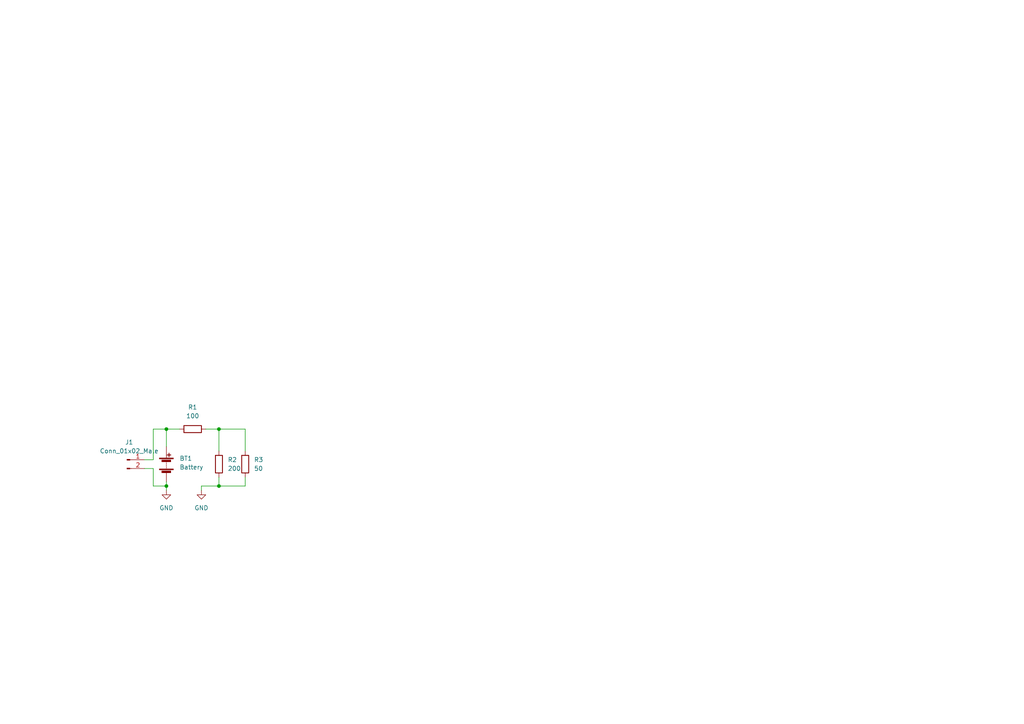
<source format=kicad_sch>
(kicad_sch (version 20211123) (generator eeschema)
  (paper "A4")
  (lib_symbols
    (symbol "Connector:Conn_01x02_Male" (pin_names (offset 1.016) hide)
      (property "Reference" "J" (at 0 2.54 0))
      (property "Value" "Conn_01x02_Male" (at 0 -5.08 0))
      (symbol "Conn_01x02_Male_1_1"
        (polyline (pts (xy 1.27 -2.54) (xy 0.8636 -2.54)) (stroke (width 0.1524)))
        (polyline (pts (xy 1.27 0) (xy 0.8636 0)) (stroke (width 0.1524)))
        (rectangle (start 0.8636 -2.413) (end 0 -2.667) (stroke (width 0.1524)) (fill (type outline)))
        (rectangle (start 0.8636 0.127) (end 0 -0.127) (stroke (width 0.1524)) (fill (type outline)))
        (pin passive line (at 5.08 0 180) (length 3.81) (name "Pin_1") (number "1"))
        (pin passive line (at 5.08 -2.54 180) (length 3.81) (name "Pin_2") (number "2"))
      )
    )
    (symbol "Device:Battery" (pin_numbers hide) (pin_names (offset 0) hide)
      (property "Reference" "BT" (at 2.54 2.54 0))
      (property "Value" "Battery" (at 2.54 0 0))
      (symbol "Battery_0_1"
        (rectangle (start -2.032 -1.397) (end 2.032 -1.651) (fill (type outline)))
        (rectangle (start -2.032 1.778) (end 2.032 1.524) (fill (type outline)))
        (rectangle (start -1.3208 -1.9812) (end 1.27 -2.4892) (fill (type outline)))
        (rectangle (start -1.3208 1.1938) (end 1.27 0.6858) (fill (type outline)))
        (polyline (pts (xy 0 -1.524) (xy 0 -1.27)))
        (polyline (pts (xy 0 -1.016) (xy 0 -0.762)))
        (polyline (pts (xy 0 -0.508) (xy 0 -0.254)))
        (polyline (pts (xy 0 0) (xy 0 0.254)))
        (polyline (pts (xy 0 0.508) (xy 0 0.762)))
        (polyline (pts (xy 0 1.778) (xy 0 2.54)))
        (polyline (pts (xy 0.254 2.667) (xy 1.27 2.667)) (stroke (width 0.254)))
        (polyline (pts (xy 0.762 3.175) (xy 0.762 2.159)) (stroke (width 0.254)))
      )
      (symbol "Battery_1_1"
        (pin passive line (at 0 5.08 270) (length 2.54) (name "+") (number "1"))
        (pin passive line (at 0 -5.08 90) (length 2.54) (name "-") (number "2"))
      )
    )
    (symbol "Device:R" (pin_numbers hide) (pin_names (offset 0))
      (property "Reference" "R" (at 2.032 0 90))
      (property "Value" "R" (at 0 0 90))
      (symbol "R_0_1"
        (rectangle (start -1.016 -2.54) (end 1.016 2.54) (stroke (width 0.254)))
      )
      (symbol "R_1_1"
        (pin passive line (at 0 3.81 270) (length 1.27) (name "~") (number "1"))
        (pin passive line (at 0 -3.81 90) (length 1.27) (name "~") (number "2"))
      )
    )
    (symbol "power:GND" (power) (pin_names (offset 0))
      (property "Value" "GND" (at 0 -3.81 0))
      (symbol "GND_0_1"
        (polyline (pts (xy 0 0) (xy 0 -1.27) (xy 1.27 -1.27) (xy 0 -2.54) (xy -1.27 -1.27) (xy 0 -1.27)))
      )
      (symbol "GND_1_1"
        (pin power_in line (at 0 0 270) (length 0) hide (name "GND") (number "1"))
      )
    )
  )
  (junction (at 63.5 140.97))
  (junction (at 63.5 124.46))
  (junction (at 48.26 140.97))
  (junction (at 48.26 124.46))
  (wire (pts (xy 58.42 142.24) (xy 58.42 140.97)))
  (wire (pts (xy 59.69 124.46) (xy 63.5 124.46)))
  (wire (pts (xy 63.5 124.46) (xy 71.12 124.46)))
  (wire (pts (xy 44.45 133.35) (xy 44.45 124.46)))
  (wire (pts (xy 63.5 138.43) (xy 63.5 140.97)))
  (wire (pts (xy 44.45 135.89) (xy 44.45 140.97)))
  (wire (pts (xy 48.26 139.7) (xy 48.26 140.97)))
  (wire (pts (xy 41.91 135.89) (xy 44.45 135.89)))
  (wire (pts (xy 44.45 140.97) (xy 48.26 140.97)))
  (wire (pts (xy 48.26 124.46) (xy 52.07 124.46)))
  (wire (pts (xy 48.26 129.54) (xy 48.26 124.46)))
  (wire (pts (xy 63.5 140.97) (xy 71.12 140.97)))
  (wire (pts (xy 63.5 124.46) (xy 63.5 130.81)))
  (wire (pts (xy 71.12 140.97) (xy 71.12 138.43)))
  (wire (pts (xy 71.12 124.46) (xy 71.12 130.81)))
  (wire (pts (xy 44.45 124.46) (xy 48.26 124.46)))
  (wire (pts (xy 58.42 140.97) (xy 63.5 140.97)))
  (wire (pts (xy 41.91 133.35) (xy 44.45 133.35)))
  (wire (pts (xy 48.26 140.97) (xy 48.26 142.24)))
  (symbol (lib_id "Device:R") (at 71.12 134.62 0) (unit 1)
    (property "Reference" "R3" (at 73.66 133.3499 0) (effects (justify left)))
    (property "Value" "50" (at 73.66 135.8899 0) (effects (justify left)))
    (property "Footprint" "Resistor_SMD:R_0805_2012Metric" (effects hide))
  )
  (symbol (lib_id "Device:Battery") (at 48.26 134.62 0) (unit 1)
    (property "Reference" "BT1" (at 52.07 132.9689 0) (effects (justify left)))
    (property "Value" "Battery" (at 52.07 135.5089 0) (effects (justify left)))
  )
  (symbol (lib_id "Connector:Conn_01x02_Male") (at 36.83 133.35 0) (unit 1)
    (property "Reference" "J1" (at 37.465 128.27 0))
    (property "Value" "Conn_01x02_Male" (at 37.465 130.81 0))
    (property "Footprint" "Connector_PinHeader_2.54mm:PinHeader_1x02_P2.54mm_Vertical" (effects hide))
  )
  (symbol (lib_id "power:GND") (at 48.26 142.24 0) (unit 1)
    (property "Reference" "#PWR01" (effects hide))
    (property "Value" "GND" (at 48.26 147.32 0))
  )
  (symbol (lib_id "Device:R") (at 63.5 134.62 0) (unit 1)
    (property "Reference" "R2" (at 66.04 133.3499 0) (effects (justify left)))
    (property "Value" "200" (at 66.04 135.8899 0) (effects (justify left)))
    (property "Footprint" "Resistor_SMD:R_0805_2012Metric" (effects hide))
  )
  (symbol (lib_id "Device:R") (at 55.88 124.46 90) (unit 1)
    (property "Reference" "R1" (at 55.88 118.11 90))
    (property "Value" "100" (at 55.88 120.65 90))
    (property "Footprint" "Resistor_SMD:R_0805_2012Metric" (effects hide))
  )
  (symbol (lib_id "power:GND") (at 58.42 142.24 0) (unit 1)
    (property "Reference" "#PWR02" (effects hide))
    (property "Value" "GND" (at 58.42 147.32 0))
  )
)
</source>
